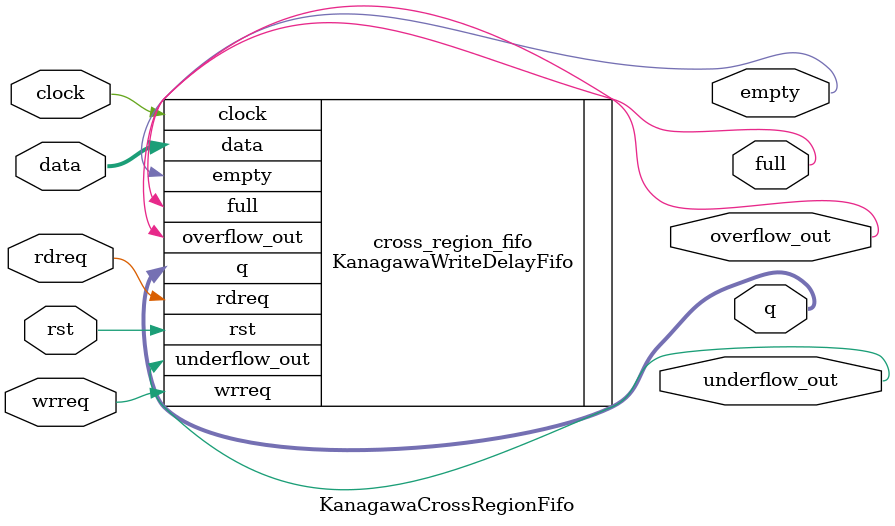
<source format=sv>


`default_nettype none

module KanagawaCrossRegionFifo
#(
    parameter DEPTH = 32,
    parameter LOG_DEPTH = $clog2(DEPTH),    // The true depth of the FIFO, full will be reported WRITE_DELAY cycles early
    parameter WRITE_DELAY = 0,
    parameter MIN_WRITE_DELAY = WRITE_DELAY,    // If this value is different than WRITE_DELAY,
                                                // this will trigger auto-pipelining on the write-side
                                                // interface with auto-pipelining depth in
                                                // [MIN_WRITE_DELAY, WRITE_DELAY]
    parameter WIDTH = 16,
    parameter PORT_WIDTH = (WIDTH == 0 ? 1 : WIDTH),
    parameter ALMOSTFULL_ENTRIES = 0,
    parameter USE_LUTRAM = 0, // 0 to implement in BRAM
    parameter ALMOSTEMPTY_VAL = 0,
    parameter AUTO_PIPELINE_GROUP = "UNUSED"
)
(
    input  wire                 clock,
    input  wire                 rst,

    input  wire                     wrreq,
    input  wire  [PORT_WIDTH-1:0]   data,
    output logic                    full,
    output logic                    overflow_out,

    input  wire                     rdreq,
    output logic                    empty,
    output logic [PORT_WIDTH-1:0]   q,
    output logic                    underflow_out
);

    KanagawaWriteDelayFifo
    #(
        .DEPTH                  (DEPTH),
        .WRITE_DELAY            (WRITE_DELAY),
        .MIN_WRITE_DELAY        (MIN_WRITE_DELAY),
        .WIDTH                  (WIDTH),
        .ALMOSTFULL_ENTRIES     (ALMOSTFULL_ENTRIES),
        .USE_LUTRAM             (USE_LUTRAM),
        .ALMOSTEMPTY_VAL        (ALMOSTEMPTY_VAL),
        .AUTO_PIPELINE_GROUP    (AUTO_PIPELINE_GROUP),
        .PORT_WIDTH             (PORT_WIDTH)
    ) cross_region_fifo
    (
        .clock          (clock),
        .rst            (rst),
        .wrreq          (wrreq),
        .data           (data),
        .full           (full),
        .overflow_out   (overflow_out),
        .rdreq          (rdreq),
        .empty          (empty),
        .q              (q),
        .underflow_out  (underflow_out)
    );

endmodule

</source>
